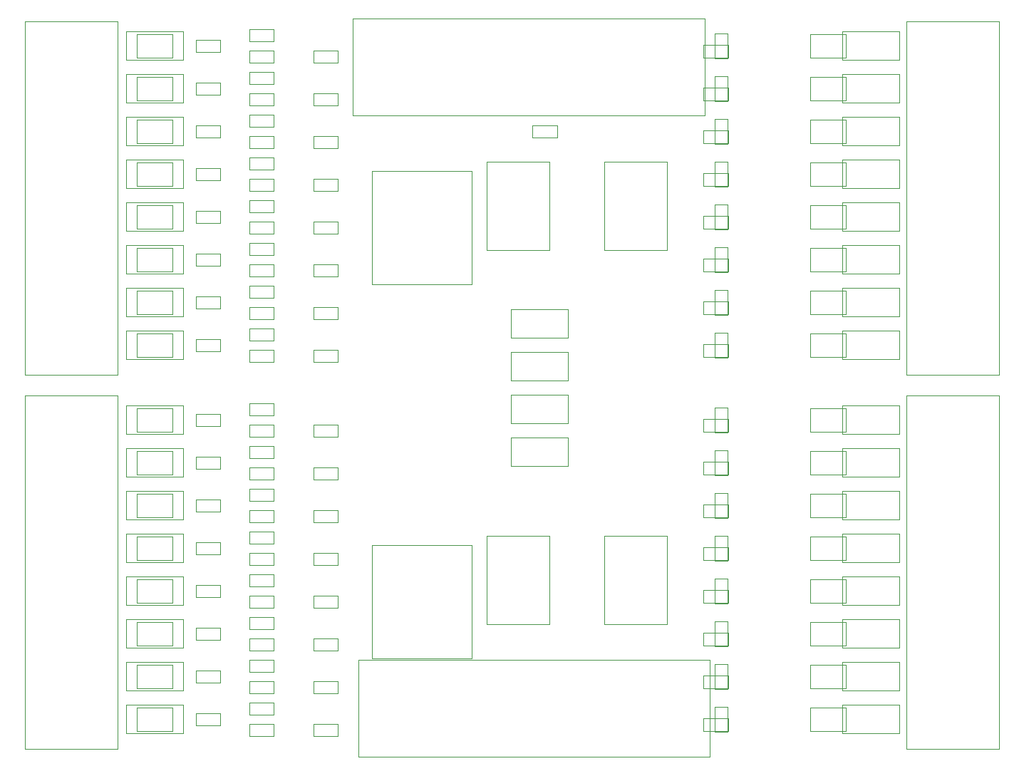
<source format=gbr>
G04 Easy-PC Gerber Version 25.0 Build 5877*
G04 #@! TF.Part,Single*
G04 #@! TF.FileFunction,Other,DaisyIOFINAL - Documentation*
G04 #@! TF.FilePolarity,Positive*
%FSLAX35Y35*%
%MOIN*%
%ADD13C,0.00197*%
%ADD14C,0.00394*%
G04 #@! TD.AperFunction*
X0Y0D02*
D02*
D13*
X105939Y56943D02*
X79561D01*
Y43557D01*
X105939D01*
Y56943D01*
Y76943D02*
X79561D01*
Y63557D01*
X105939D01*
Y76943D01*
Y96943D02*
X79561D01*
Y83557D01*
X105939D01*
Y96943D01*
Y116943D02*
X79561D01*
Y103557D01*
X105939D01*
Y116943D01*
Y136943D02*
X79561D01*
Y123557D01*
X105939D01*
Y136943D01*
Y156943D02*
X79561D01*
Y143557D01*
X105939D01*
Y156943D01*
Y176943D02*
X79561D01*
Y163557D01*
X105939D01*
Y176943D01*
Y196943D02*
X79561D01*
Y183557D01*
X105939D01*
Y196943D01*
Y231943D02*
X79561D01*
Y218557D01*
X105939D01*
Y231943D01*
Y251943D02*
X79561D01*
Y238557D01*
X105939D01*
Y251943D01*
Y271943D02*
X79561D01*
Y258557D01*
X105939D01*
Y271943D01*
Y291943D02*
X79561D01*
Y278557D01*
X105939D01*
Y291943D01*
Y311943D02*
X79561D01*
Y298557D01*
X105939D01*
Y311943D01*
Y331943D02*
X79561D01*
Y318557D01*
X105939D01*
Y331943D01*
Y351943D02*
X79561D01*
Y338557D01*
X105939D01*
Y351943D01*
Y371943D02*
X79561D01*
Y358557D01*
X105939D01*
Y371943D01*
X123557Y47297D02*
X111943D01*
Y53203D01*
X123557D01*
Y47297D01*
Y67297D02*
X111943D01*
Y73203D01*
X123557D01*
Y67297D01*
Y87297D02*
X111943D01*
Y93203D01*
X123557D01*
Y87297D01*
Y107297D02*
X111943D01*
Y113203D01*
X123557D01*
Y107297D01*
Y127297D02*
X111943D01*
Y133203D01*
X123557D01*
Y127297D01*
Y147297D02*
X111943D01*
Y153203D01*
X123557D01*
Y147297D01*
Y167297D02*
X111943D01*
Y173203D01*
X123557D01*
Y167297D01*
Y187297D02*
X111943D01*
Y193203D01*
X123557D01*
Y187297D01*
Y222297D02*
X111943D01*
Y228203D01*
X123557D01*
Y222297D01*
Y242297D02*
X111943D01*
Y248203D01*
X123557D01*
Y242297D01*
Y262297D02*
X111943D01*
Y268203D01*
X123557D01*
Y262297D01*
Y282297D02*
X111943D01*
Y288203D01*
X123557D01*
Y282297D01*
Y302297D02*
X111943D01*
Y308203D01*
X123557D01*
Y302297D01*
Y322297D02*
X111943D01*
Y328203D01*
X123557D01*
Y322297D01*
Y342297D02*
X111943D01*
Y348203D01*
X123557D01*
Y342297D01*
Y362297D02*
X111943D01*
Y368203D01*
X123557D01*
Y362297D01*
X148557Y48203D02*
X136943D01*
Y42297D01*
X148557D01*
Y48203D01*
Y58203D02*
X136943D01*
Y52297D01*
X148557D01*
Y58203D01*
Y68203D02*
X136943D01*
Y62297D01*
X148557D01*
Y68203D01*
Y78203D02*
X136943D01*
Y72297D01*
X148557D01*
Y78203D01*
Y88203D02*
X136943D01*
Y82297D01*
X148557D01*
Y88203D01*
Y98203D02*
X136943D01*
Y92297D01*
X148557D01*
Y98203D01*
Y108203D02*
X136943D01*
Y102297D01*
X148557D01*
Y108203D01*
Y118203D02*
X136943D01*
Y112297D01*
X148557D01*
Y118203D01*
Y128203D02*
X136943D01*
Y122297D01*
X148557D01*
Y128203D01*
Y138203D02*
X136943D01*
Y132297D01*
X148557D01*
Y138203D01*
Y148203D02*
X136943D01*
Y142297D01*
X148557D01*
Y148203D01*
Y158203D02*
X136943D01*
Y152297D01*
X148557D01*
Y158203D01*
Y168203D02*
X136943D01*
Y162297D01*
X148557D01*
Y168203D01*
Y178203D02*
X136943D01*
Y172297D01*
X148557D01*
Y178203D01*
Y188203D02*
X136943D01*
Y182297D01*
X148557D01*
Y188203D01*
Y198203D02*
X136943D01*
Y192297D01*
X148557D01*
Y198203D01*
Y223203D02*
X136943D01*
Y217297D01*
X148557D01*
Y223203D01*
Y233203D02*
X136943D01*
Y227297D01*
X148557D01*
Y233203D01*
Y243203D02*
X136943D01*
Y237297D01*
X148557D01*
Y243203D01*
Y253203D02*
X136943D01*
Y247297D01*
X148557D01*
Y253203D01*
Y263203D02*
X136943D01*
Y257297D01*
X148557D01*
Y263203D01*
Y273203D02*
X136943D01*
Y267297D01*
X148557D01*
Y273203D01*
Y283203D02*
X136943D01*
Y277297D01*
X148557D01*
Y283203D01*
Y293203D02*
X136943D01*
Y287297D01*
X148557D01*
Y293203D01*
Y303203D02*
X136943D01*
Y297297D01*
X148557D01*
Y303203D01*
Y313203D02*
X136943D01*
Y307297D01*
X148557D01*
Y313203D01*
Y323203D02*
X136943D01*
Y317297D01*
X148557D01*
Y323203D01*
Y333203D02*
X136943D01*
Y327297D01*
X148557D01*
Y333203D01*
Y343203D02*
X136943D01*
Y337297D01*
X148557D01*
Y343203D01*
Y353203D02*
X136943D01*
Y347297D01*
X148557D01*
Y353203D01*
Y363203D02*
X136943D01*
Y357297D01*
X148557D01*
Y363203D01*
Y373203D02*
X136943D01*
Y367297D01*
X148557D01*
Y373203D01*
X166943Y42297D02*
X178557D01*
Y48203D01*
X166943D01*
Y42297D01*
Y62297D02*
X178557D01*
Y68203D01*
X166943D01*
Y62297D01*
Y82297D02*
X178557D01*
Y88203D01*
X166943D01*
Y82297D01*
Y102297D02*
X178557D01*
Y108203D01*
X166943D01*
Y102297D01*
Y122297D02*
X178557D01*
Y128203D01*
X166943D01*
Y122297D01*
Y142297D02*
X178557D01*
Y148203D01*
X166943D01*
Y142297D01*
Y162297D02*
X178557D01*
Y168203D01*
X166943D01*
Y162297D01*
Y182297D02*
X178557D01*
Y188203D01*
X166943D01*
Y182297D01*
Y217297D02*
X178557D01*
Y223203D01*
X166943D01*
Y217297D01*
Y237297D02*
X178557D01*
Y243203D01*
X166943D01*
Y237297D01*
Y257297D02*
X178557D01*
Y263203D01*
X166943D01*
Y257297D01*
Y277297D02*
X178557D01*
Y283203D01*
X166943D01*
Y277297D01*
Y297297D02*
X178557D01*
Y303203D01*
X166943D01*
Y297297D01*
Y317297D02*
X178557D01*
Y323203D01*
X166943D01*
Y317297D01*
Y337297D02*
X178557D01*
Y343203D01*
X166943D01*
Y337297D01*
Y357297D02*
X178557D01*
Y363203D01*
X166943D01*
Y357297D01*
X194325Y78675D02*
X241175D01*
Y131825D01*
X194325D01*
Y78675D01*
Y253675D02*
X241175D01*
Y306825D01*
X194325D01*
Y253675D01*
X247986Y94581D02*
X277514D01*
Y135919D01*
X247986D01*
Y94581D01*
Y269581D02*
X277514D01*
Y310919D01*
X247986D01*
Y269581D01*
X259561Y181943D02*
X285939D01*
Y168557D01*
X259561D01*
Y181943D01*
Y201943D02*
X285939D01*
Y188557D01*
X259561D01*
Y201943D01*
Y221943D02*
X285939D01*
Y208557D01*
X259561D01*
Y221943D01*
Y241943D02*
X285939D01*
Y228557D01*
X259561D01*
Y241943D01*
X281057Y322297D02*
X269443D01*
Y328203D01*
X281057D01*
Y322297D01*
X332514Y94581D02*
X302986D01*
Y135919D01*
X332514D01*
Y94581D01*
Y269581D02*
X302986D01*
Y310919D01*
X332514D01*
Y269581D01*
X349443Y50703D02*
X361057D01*
Y44797D01*
X349443D01*
Y50703D01*
Y70703D02*
X361057D01*
Y64797D01*
X349443D01*
Y70703D01*
Y90703D02*
X361057D01*
Y84797D01*
X349443D01*
Y90703D01*
Y110703D02*
X361057D01*
Y104797D01*
X349443D01*
Y110703D01*
Y130703D02*
X361057D01*
Y124797D01*
X349443D01*
Y130703D01*
Y150703D02*
X361057D01*
Y144797D01*
X349443D01*
Y150703D01*
Y170703D02*
X361057D01*
Y164797D01*
X349443D01*
Y170703D01*
Y190703D02*
X361057D01*
Y184797D01*
X349443D01*
Y190703D01*
Y225703D02*
X361057D01*
Y219797D01*
X349443D01*
Y225703D01*
Y245703D02*
X361057D01*
Y239797D01*
X349443D01*
Y245703D01*
Y265703D02*
X361057D01*
Y259797D01*
X349443D01*
Y265703D01*
Y285703D02*
X361057D01*
Y279797D01*
X349443D01*
Y285703D01*
Y305703D02*
X361057D01*
Y299797D01*
X349443D01*
Y305703D01*
Y325703D02*
X361057D01*
Y319797D01*
X349443D01*
Y325703D01*
Y345703D02*
X361057D01*
Y339797D01*
X349443D01*
Y345703D01*
Y365703D02*
X361057D01*
Y359797D01*
X349443D01*
Y365703D01*
X360703Y44443D02*
Y56057D01*
X354797D01*
Y44443D01*
X360703D01*
Y64443D02*
Y76057D01*
X354797D01*
Y64443D01*
X360703D01*
Y84443D02*
Y96057D01*
X354797D01*
Y84443D01*
X360703D01*
Y104443D02*
Y116057D01*
X354797D01*
Y104443D01*
X360703D01*
Y124443D02*
Y136057D01*
X354797D01*
Y124443D01*
X360703D01*
Y144443D02*
Y156057D01*
X354797D01*
Y144443D01*
X360703D01*
Y164443D02*
Y176057D01*
X354797D01*
Y164443D01*
X360703D01*
Y184443D02*
Y196057D01*
X354797D01*
Y184443D01*
X360703D01*
Y219443D02*
Y231057D01*
X354797D01*
Y219443D01*
X360703D01*
Y239443D02*
Y251057D01*
X354797D01*
Y239443D01*
X360703D01*
Y259443D02*
Y271057D01*
X354797D01*
Y259443D01*
X360703D01*
Y279443D02*
Y291057D01*
X354797D01*
Y279443D01*
X360703D01*
Y299443D02*
Y311057D01*
X354797D01*
Y299443D01*
X360703D01*
Y319443D02*
Y331057D01*
X354797D01*
Y319443D01*
X360703D01*
Y339443D02*
Y351057D01*
X354797D01*
Y339443D01*
X360703D01*
Y359443D02*
Y371057D01*
X354797D01*
Y359443D01*
X360703D01*
X440939Y56943D02*
X414561D01*
Y43557D01*
X440939D01*
Y56943D01*
Y76943D02*
X414561D01*
Y63557D01*
X440939D01*
Y76943D01*
Y96943D02*
X414561D01*
Y83557D01*
X440939D01*
Y96943D01*
Y116943D02*
X414561D01*
Y103557D01*
X440939D01*
Y116943D01*
Y136943D02*
X414561D01*
Y123557D01*
X440939D01*
Y136943D01*
Y156943D02*
X414561D01*
Y143557D01*
X440939D01*
Y156943D01*
Y176943D02*
X414561D01*
Y163557D01*
X440939D01*
Y176943D01*
Y196943D02*
X414561D01*
Y183557D01*
X440939D01*
Y196943D01*
Y231943D02*
X414561D01*
Y218557D01*
X440939D01*
Y231943D01*
Y251943D02*
X414561D01*
Y238557D01*
X440939D01*
Y251943D01*
Y271943D02*
X414561D01*
Y258557D01*
X440939D01*
Y271943D01*
Y291943D02*
X414561D01*
Y278557D01*
X440939D01*
Y291943D01*
Y311943D02*
X414561D01*
Y298557D01*
X440939D01*
Y311943D01*
Y331943D02*
X414561D01*
Y318557D01*
X440939D01*
Y331943D01*
Y351943D02*
X414561D01*
Y338557D01*
X440939D01*
Y351943D01*
Y371943D02*
X414561D01*
Y358557D01*
X440939D01*
Y371943D01*
D02*
D14*
X75329Y36470D02*
Y201825D01*
X32022D01*
Y36470D01*
X75329D01*
Y211470D02*
Y376825D01*
X32022D01*
Y211470D01*
X75329D01*
X101215Y44738D02*
X84285D01*
Y55762D01*
X101215D01*
Y44738D01*
Y64738D02*
X84285D01*
Y75762D01*
X101215D01*
Y64738D01*
Y84738D02*
X84285D01*
Y95762D01*
X101215D01*
Y84738D01*
Y104738D02*
X84285D01*
Y115762D01*
X101215D01*
Y104738D01*
Y124738D02*
X84285D01*
Y135762D01*
X101215D01*
Y124738D01*
Y144738D02*
X84285D01*
Y155762D01*
X101215D01*
Y144738D01*
Y164738D02*
X84285D01*
Y175762D01*
X101215D01*
Y164738D01*
Y184738D02*
X84285D01*
Y195762D01*
X101215D01*
Y184738D01*
Y219738D02*
X84285D01*
Y230762D01*
X101215D01*
Y219738D01*
Y239738D02*
X84285D01*
Y250762D01*
X101215D01*
Y239738D01*
Y259738D02*
X84285D01*
Y270762D01*
X101215D01*
Y259738D01*
Y279738D02*
X84285D01*
Y290762D01*
X101215D01*
Y279738D01*
Y299738D02*
X84285D01*
Y310762D01*
X101215D01*
Y299738D01*
Y319738D02*
X84285D01*
Y330762D01*
X101215D01*
Y319738D01*
Y339738D02*
X84285D01*
Y350762D01*
X101215D01*
Y339738D01*
Y359738D02*
X84285D01*
Y370762D01*
X101215D01*
Y359738D01*
X185427Y378026D02*
X350073D01*
Y332553D01*
X185427D01*
Y378026D01*
X187927Y78026D02*
X352573D01*
Y32553D01*
X187927D01*
Y78026D01*
X399285Y55762D02*
X416215D01*
Y44738D01*
X399285D01*
Y55762D01*
Y75762D02*
X416215D01*
Y64738D01*
X399285D01*
Y75762D01*
Y95762D02*
X416215D01*
Y84738D01*
X399285D01*
Y95762D01*
Y115762D02*
X416215D01*
Y104738D01*
X399285D01*
Y115762D01*
Y135762D02*
X416215D01*
Y124738D01*
X399285D01*
Y135762D01*
Y155762D02*
X416215D01*
Y144738D01*
X399285D01*
Y155762D01*
Y175762D02*
X416215D01*
Y164738D01*
X399285D01*
Y175762D01*
Y195762D02*
X416215D01*
Y184738D01*
X399285D01*
Y195762D01*
Y230762D02*
X416215D01*
Y219738D01*
X399285D01*
Y230762D01*
Y250762D02*
X416215D01*
Y239738D01*
X399285D01*
Y250762D01*
Y270762D02*
X416215D01*
Y259738D01*
X399285D01*
Y270762D01*
Y290762D02*
X416215D01*
Y279738D01*
X399285D01*
Y290762D01*
Y310762D02*
X416215D01*
Y299738D01*
X399285D01*
Y310762D01*
Y330762D02*
X416215D01*
Y319738D01*
X399285D01*
Y330762D01*
Y350762D02*
X416215D01*
Y339738D01*
X399285D01*
Y350762D01*
Y370762D02*
X416215D01*
Y359738D01*
X399285D01*
Y370762D01*
X487829Y36470D02*
Y201825D01*
X444522D01*
Y36470D01*
X487829D01*
Y211470D02*
Y376825D01*
X444522D01*
Y211470D01*
X487829D01*
X0Y0D02*
M02*

</source>
